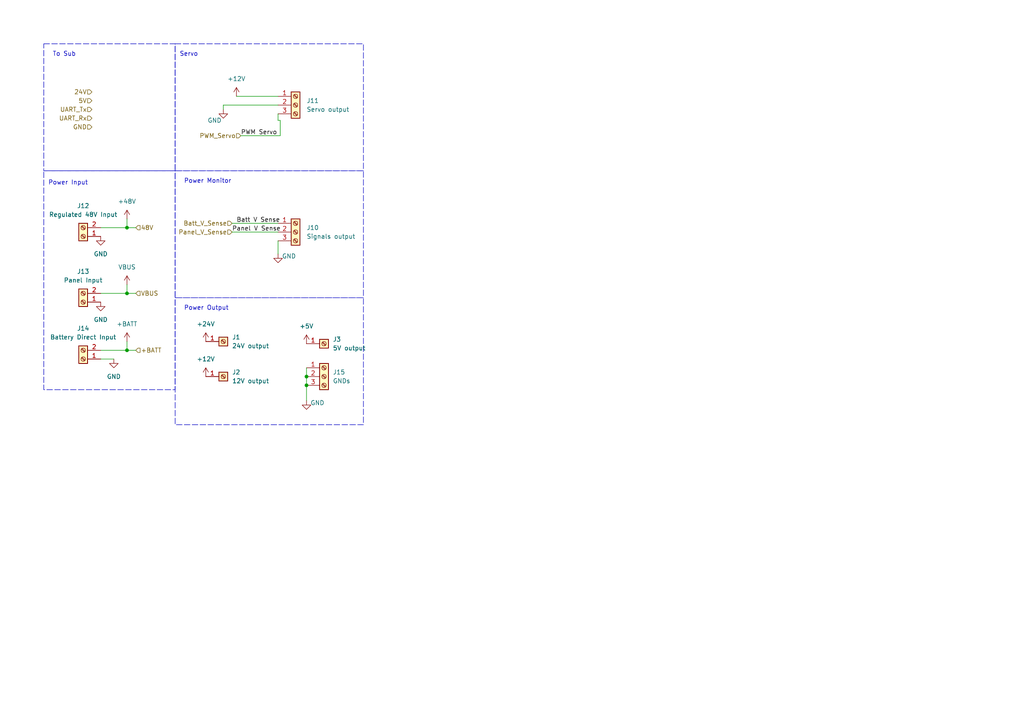
<source format=kicad_sch>
(kicad_sch (version 20230121) (generator eeschema)
  (paper "A4")
  (lib_symbols
    (symbol "Connector:Screw_Terminal_01x01" (pin_names (offset 1.016) hide)
      (property "Reference" "J" (at 0 2.54 0))
      (property "Value" "Screw_Terminal_01x01" (at 0 -2.54 0))
      (symbol "Screw_Terminal_01x01_1_1"
        (rectangle (start -1.27 1.27) (end 1.27 -1.27) (stroke (width 0.254)) (fill (type background)))
        (polyline (pts (xy -0.5334 0.3302) (xy 0.3302 -0.508)) (stroke (width 0.1524)))
        (polyline (pts (xy -0.3556 0.508) (xy 0.508 -0.3302)) (stroke (width 0.1524)))
        (circle (center 0 0) (radius 0.635) (stroke (width 0.1524)))
        (pin passive line (at -5.08 0 0) (length 3.81) (name "Pin_1") (number "1"))
      )
    )
    (symbol "Connector:Screw_Terminal_01x02" (pin_names (offset 1.016) hide)
      (property "Reference" "J" (at 0 2.54 0))
      (property "Value" "Screw_Terminal_01x02" (at 0 -5.08 0))
      (symbol "Screw_Terminal_01x02_1_1"
        (rectangle (start -1.27 1.27) (end 1.27 -3.81) (stroke (width 0.254)) (fill (type background)))
        (circle (center 0 -2.54) (radius 0.635) (stroke (width 0.1524)))
        (polyline (pts (xy -0.5334 -2.2098) (xy 0.3302 -3.048)) (stroke (width 0.1524)))
        (polyline (pts (xy -0.5334 0.3302) (xy 0.3302 -0.508)) (stroke (width 0.1524)))
        (polyline (pts (xy -0.3556 -2.032) (xy 0.508 -2.8702)) (stroke (width 0.1524)))
        (polyline (pts (xy -0.3556 0.508) (xy 0.508 -0.3302)) (stroke (width 0.1524)))
        (circle (center 0 0) (radius 0.635) (stroke (width 0.1524)))
        (pin passive line (at -5.08 0 0) (length 3.81) (name "Pin_1") (number "1"))
        (pin passive line (at -5.08 -2.54 0) (length 3.81) (name "Pin_2") (number "2"))
      )
    )
    (symbol "Connector:Screw_Terminal_01x03" (pin_names (offset 1.016) hide)
      (property "Reference" "J" (at 0 5.08 0))
      (property "Value" "Screw_Terminal_01x03" (at 0 -5.08 0))
      (symbol "Screw_Terminal_01x03_1_1"
        (rectangle (start -1.27 3.81) (end 1.27 -3.81) (stroke (width 0.254)) (fill (type background)))
        (circle (center 0 -2.54) (radius 0.635) (stroke (width 0.1524)))
        (polyline (pts (xy -0.5334 -2.2098) (xy 0.3302 -3.048)) (stroke (width 0.1524)))
        (polyline (pts (xy -0.5334 0.3302) (xy 0.3302 -0.508)) (stroke (width 0.1524)))
        (polyline (pts (xy -0.5334 2.8702) (xy 0.3302 2.032)) (stroke (width 0.1524)))
        (polyline (pts (xy -0.3556 -2.032) (xy 0.508 -2.8702)) (stroke (width 0.1524)))
        (polyline (pts (xy -0.3556 0.508) (xy 0.508 -0.3302)) (stroke (width 0.1524)))
        (polyline (pts (xy -0.3556 3.048) (xy 0.508 2.2098)) (stroke (width 0.1524)))
        (circle (center 0 0) (radius 0.635) (stroke (width 0.1524)))
        (circle (center 0 2.54) (radius 0.635) (stroke (width 0.1524)))
        (pin passive line (at -5.08 2.54 0) (length 3.81) (name "Pin_1") (number "1"))
        (pin passive line (at -5.08 0 0) (length 3.81) (name "Pin_2") (number "2"))
        (pin passive line (at -5.08 -2.54 0) (length 3.81) (name "Pin_3") (number "3"))
      )
    )
    (symbol "power:+12V" (power) (pin_names (offset 0))
      (property "Value" "+12V" (at 0 3.556 0))
      (symbol "+12V_0_1"
        (polyline (pts (xy -0.762 1.27) (xy 0 2.54)))
        (polyline (pts (xy 0 0) (xy 0 2.54)))
        (polyline (pts (xy 0 2.54) (xy 0.762 1.27)))
      )
      (symbol "+12V_1_1"
        (pin power_in line (at 0 0 90) (length 0) hide (name "+12V") (number "1"))
      )
    )
    (symbol "power:+24V" (power) (pin_names (offset 0))
      (property "Value" "+24V" (at 0 3.556 0))
      (symbol "+24V_0_1"
        (polyline (pts (xy -0.762 1.27) (xy 0 2.54)))
        (polyline (pts (xy 0 0) (xy 0 2.54)))
        (polyline (pts (xy 0 2.54) (xy 0.762 1.27)))
      )
      (symbol "+24V_1_1"
        (pin power_in line (at 0 0 90) (length 0) hide (name "+24V") (number "1"))
      )
    )
    (symbol "power:+48V" (power) (pin_names (offset 0))
      (property "Value" "+48V" (at 0 3.556 0))
      (symbol "+48V_0_1"
        (polyline (pts (xy -0.762 1.27) (xy 0 2.54)))
        (polyline (pts (xy 0 0) (xy 0 2.54)))
        (polyline (pts (xy 0 2.54) (xy 0.762 1.27)))
      )
      (symbol "+48V_1_1"
        (pin power_in line (at 0 0 90) (length 0) hide (name "+48V") (number "1"))
      )
    )
    (symbol "power:+5V" (power) (pin_names (offset 0))
      (property "Value" "+5V" (at 0 3.556 0))
      (symbol "+5V_0_1"
        (polyline (pts (xy -0.762 1.27) (xy 0 2.54)))
        (polyline (pts (xy 0 0) (xy 0 2.54)))
        (polyline (pts (xy 0 2.54) (xy 0.762 1.27)))
      )
      (symbol "+5V_1_1"
        (pin power_in line (at 0 0 90) (length 0) hide (name "+5V") (number "1"))
      )
    )
    (symbol "power:+BATT" (power) (pin_names (offset 0))
      (property "Value" "+BATT" (at 0 3.556 0))
      (symbol "+BATT_0_1"
        (polyline (pts (xy -0.762 1.27) (xy 0 2.54)))
        (polyline (pts (xy 0 0) (xy 0 2.54)))
        (polyline (pts (xy 0 2.54) (xy 0.762 1.27)))
      )
      (symbol "+BATT_1_1"
        (pin power_in line (at 0 0 90) (length 0) hide (name "+BATT") (number "1"))
      )
    )
    (symbol "power:GND" (power) (pin_names (offset 0))
      (property "Value" "GND" (at 0 -3.81 0))
      (symbol "GND_0_1"
        (polyline (pts (xy 0 0) (xy 0 -1.27) (xy 1.27 -1.27) (xy 0 -2.54) (xy -1.27 -1.27) (xy 0 -1.27)))
      )
      (symbol "GND_1_1"
        (pin power_in line (at 0 0 270) (length 0) hide (name "GND") (number "1"))
      )
    )
    (symbol "power:VBUS" (power) (pin_names (offset 0))
      (property "Value" "VBUS" (at 0 3.81 0))
      (symbol "VBUS_0_1"
        (polyline (pts (xy -0.762 1.27) (xy 0 2.54)))
        (polyline (pts (xy 0 0) (xy 0 2.54)))
        (polyline (pts (xy 0 2.54) (xy 0.762 1.27)))
      )
      (symbol "VBUS_1_1"
        (pin power_in line (at 0 0 90) (length 0) hide (name "VBUS") (number "1"))
      )
    )
  )
  (junction (at 36.83 101.6))
  (junction (at 88.9 111.76))
  (junction (at 36.83 66.04))
  (junction (at 88.9 109.22))
  (junction (at 36.83 85.09))
  (wire (pts (xy 69.85 39.37) (xy 81.28 39.37)))
  (wire (pts (xy 88.9 109.22) (xy 88.9 111.76)))
  (wire (pts (xy 80.645 34.925) (xy 80.645 33.02)))
  (wire (pts (xy 81.28 39.37) (xy 81.28 34.925)))
  (wire (pts (xy 36.83 82.55) (xy 36.83 85.09)))
  (wire (pts (xy 36.83 85.09) (xy 39.37 85.09)))
  (wire (pts (xy 68.58 27.94) (xy 80.645 27.94)))
  (wire (pts (xy 36.83 101.6) (xy 39.37 101.6)))
  (wire (pts (xy 67.31 67.31) (xy 80.645 67.31)))
  (wire (pts (xy 64.77 30.48) (xy 80.645 30.48)))
  (wire (pts (xy 36.83 63.5) (xy 36.83 66.04)))
  (wire (pts (xy 81.28 34.925) (xy 80.645 34.925)))
  (wire (pts (xy 80.645 69.85) (xy 80.645 73.66)))
  (wire (pts (xy 36.83 66.04) (xy 39.37 66.04)))
  (wire (pts (xy 29.21 101.6) (xy 36.83 101.6)))
  (wire (pts (xy 29.21 104.14) (xy 33.02 104.14)))
  (wire (pts (xy 29.21 66.04) (xy 36.83 66.04)))
  (wire (pts (xy 88.9 106.68) (xy 88.9 109.22)))
  (wire (pts (xy 64.77 31.75) (xy 64.77 30.48)))
  (wire (pts (xy 36.83 99.06) (xy 36.83 101.6)))
  (wire (pts (xy 29.21 85.09) (xy 36.83 85.09)))
  (wire (pts (xy 88.9 111.76) (xy 88.9 116.205)))
  (wire (pts (xy 67.31 64.77) (xy 80.645 64.77)))
  (rectangle (start 50.8 12.7) (end 105.41 49.53) (stroke (width 0) (type dash)))
  (rectangle (start 12.7 49.53) (end 50.8 113.03) (stroke (width 0) (type dash)))
  (rectangle (start 50.8 86.36) (end 105.41 123.19) (stroke (width 0) (type dash)))
  (rectangle (start 50.8 49.53) (end 105.41 86.36) (stroke (width 0) (type dash)))
  (rectangle (start 12.7 12.7) (end 50.8 49.53) (stroke (width 0) (type dash)))
  (text "To Sub " (at 15.24 16.51 0) (effects (font (size 1.27 1.27)) (justify left bottom)))
  (text "Power Output" (at 53.34 90.17 0) (effects (font (size 1.27 1.27)) (justify left bottom)))
  (text "Servo" (at 52.07 16.51 0) (effects (font (size 1.27 1.27)) (justify left bottom)))
  (text "Power Monitor\n" (at 53.34 53.34 0) (effects (font (size 1.27 1.27)) (justify left bottom)))
  (text "Power Input\n\n" (at 13.97 55.88 0) (effects (font (size 1.27 1.27)) (justify left bottom)))
  (label "PWM Servo" (at 69.85 39.37 0))
  (label "Batt V Sense" (at 68.58 64.77 0))
  (label "Panel V Sense" (at 67.31 67.31 0))
  (hierarchical_label "Panel_V_Sense" (shape input) (at 67.31 67.31 180))
  (hierarchical_label "UART_Tx" (shape input) (at 26.67 31.75 180))
  (hierarchical_label "24V" (shape input) (at 26.67 26.67 180))
  (hierarchical_label "+BATT" (shape input) (at 39.37 101.6 0))
  (hierarchical_label "PWM_Servo" (shape input) (at 69.85 39.37 180))
  (hierarchical_label "UART_Rx" (shape input) (at 26.67 34.29 180))
  (hierarchical_label "5V" (shape input) (at 26.67 29.21 180))
  (hierarchical_label "VBUS" (shape input) (at 39.37 85.09 0))
  (hierarchical_label "Batt_V_Sense" (shape input) (at 67.31 64.77 180))
  (hierarchical_label "48V" (shape input) (at 39.37 66.04 0))
  (hierarchical_label "GND" (shape input) (at 26.67 36.83 180))
  (symbol (lib_id "power:GND") (at 80.645 73.66 0) (unit 1)
    (property "Reference" "#PWR021" (effects hide))
    (property "Value" "GND" (at 83.82 74.295 0))
  )
  (symbol (lib_id "power:+12V") (at 59.69 109.22 0) (unit 1)
    (property "Reference" "#PWR02" (effects hide))
    (property "Value" "+12V" (at 59.69 104.14 0))
  )
  (symbol (lib_id "Connector:Screw_Terminal_01x02") (at 24.13 87.63 180) (unit 1)
    (property "Reference" "J13" (at 24.13 78.74 0))
    (property "Value" "Panel Input" (at 24.13 81.28 0))
  )
  (symbol (lib_id "Connector:Screw_Terminal_01x01") (at 93.98 99.695 0) (unit 1)
    (property "Reference" "J3" (at 96.52 98.425 0) (effects (justify left)))
    (property "Value" "5V output" (at 96.52 100.965 0) (effects (justify left)))
  )
  (symbol (lib_id "Connector:Screw_Terminal_01x01") (at 64.77 99.06 0) (unit 1)
    (property "Reference" "J1" (at 67.31 97.79 0) (effects (justify left)))
    (property "Value" "24V output" (at 67.31 100.33 0) (effects (justify left)))
  )
  (symbol (lib_id "Connector:Screw_Terminal_01x02") (at 24.13 68.58 180) (unit 1)
    (property "Reference" "J12" (at 24.13 59.69 0))
    (property "Value" "Regulated 48V Input" (at 24.13 62.23 0))
  )
  (symbol (lib_id "power:+12V") (at 68.58 27.94 0) (unit 1)
    (property "Reference" "#PWR023" (effects hide))
    (property "Value" "+12V" (at 68.58 22.86 0))
  )
  (symbol (lib_id "power:+BATT") (at 36.83 99.06 0) (unit 1)
    (property "Reference" "#PWR029" (effects hide))
    (property "Value" "+BATT" (at 36.83 93.98 0))
  )
  (symbol (lib_id "power:GND") (at 29.21 87.63 0) (unit 1)
    (property "Reference" "#PWR025" (effects hide))
    (property "Value" "GND" (at 29.21 92.71 0))
  )
  (symbol (lib_id "Connector:Screw_Terminal_01x03") (at 93.98 109.22 0) (unit 1)
    (property "Reference" "J15" (at 96.52 107.95 0) (effects (justify left)))
    (property "Value" "GNDs" (at 96.52 110.49 0) (effects (justify left)))
  )
  (symbol (lib_id "Connector:Screw_Terminal_01x03") (at 85.725 30.48 0) (unit 1)
    (property "Reference" "J11" (at 88.9 29.21 0) (effects (justify left)))
    (property "Value" "Servo output" (at 88.9 31.75 0) (effects (justify left)))
  )
  (symbol (lib_id "power:GND") (at 29.21 68.58 0) (unit 1)
    (property "Reference" "#PWR024" (effects hide))
    (property "Value" "GND" (at 29.21 73.66 0))
  )
  (symbol (lib_id "power:+5V") (at 88.9 99.695 0) (unit 1)
    (property "Reference" "#PWR03" (effects hide))
    (property "Value" "+5V" (at 88.9 94.615 0))
  )
  (symbol (lib_id "Connector:Screw_Terminal_01x02") (at 24.13 104.14 180) (unit 1)
    (property "Reference" "J14" (at 24.13 95.25 0))
    (property "Value" "Battery Direct Input" (at 24.13 97.79 0))
  )
  (symbol (lib_id "power:VBUS") (at 36.83 82.55 0) (unit 1)
    (property "Reference" "#PWR028" (effects hide))
    (property "Value" "VBUS" (at 36.83 77.47 0))
  )
  (symbol (lib_id "power:+48V") (at 36.83 63.5 0) (unit 1)
    (property "Reference" "#PWR027" (effects hide))
    (property "Value" "+48V" (at 36.83 58.42 0))
  )
  (symbol (lib_id "Connector:Screw_Terminal_01x03") (at 85.725 67.31 0) (unit 1)
    (property "Reference" "J10" (at 88.9 66.04 0) (effects (justify left)))
    (property "Value" "Signals output" (at 88.9 68.58 0) (effects (justify left)))
  )
  (symbol (lib_id "power:+24V") (at 59.69 99.06 0) (unit 1)
    (property "Reference" "#PWR01" (effects hide))
    (property "Value" "+24V" (at 59.69 93.98 0))
  )
  (symbol (lib_id "power:GND") (at 88.9 116.205 0) (unit 1)
    (property "Reference" "#PWR04" (effects hide))
    (property "Value" "GND" (at 92.075 116.84 0))
  )
  (symbol (lib_id "Connector:Screw_Terminal_01x01") (at 64.77 109.22 0) (unit 1)
    (property "Reference" "J2" (at 67.31 107.95 0) (effects (justify left)))
    (property "Value" "12V output" (at 67.31 110.49 0) (effects (justify left)))
  )
  (symbol (lib_id "power:GND") (at 64.77 31.75 0) (unit 1)
    (property "Reference" "#PWR022" (effects hide))
    (property "Value" "GND" (at 62.23 34.925 0))
  )
  (symbol (lib_id "power:GND") (at 33.02 104.14 0) (unit 1)
    (property "Reference" "#PWR026" (effects hide))
    (property "Value" "GND" (at 33.02 109.22 0))
  )
)
</source>
